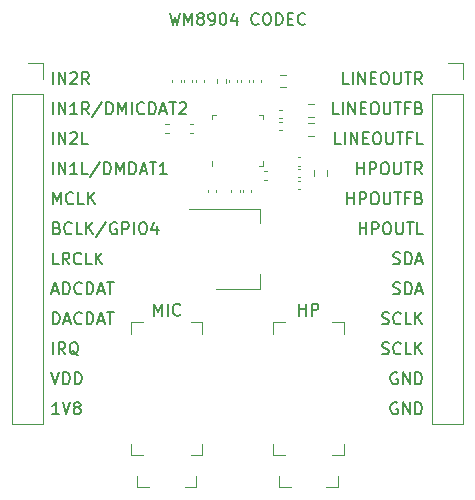
<source format=gbr>
%TF.GenerationSoftware,KiCad,Pcbnew,(6.0.0-0)*%
%TF.CreationDate,2022-08-17T21:30:05+02:00*%
%TF.ProjectId,wm8904_codec_breakout,776d3839-3034-45f6-936f-6465635f6272,rev?*%
%TF.SameCoordinates,Original*%
%TF.FileFunction,Legend,Top*%
%TF.FilePolarity,Positive*%
%FSLAX46Y46*%
G04 Gerber Fmt 4.6, Leading zero omitted, Abs format (unit mm)*
G04 Created by KiCad (PCBNEW (6.0.0-0)) date 2022-08-17 21:30:05*
%MOMM*%
%LPD*%
G01*
G04 APERTURE LIST*
%ADD10C,0.150000*%
%ADD11C,0.120000*%
G04 APERTURE END LIST*
D10*
X163169452Y-83660761D02*
X163312309Y-83708380D01*
X163550404Y-83708380D01*
X163645642Y-83660761D01*
X163693261Y-83613142D01*
X163740880Y-83517904D01*
X163740880Y-83422666D01*
X163693261Y-83327428D01*
X163645642Y-83279809D01*
X163550404Y-83232190D01*
X163359928Y-83184571D01*
X163264690Y-83136952D01*
X163217071Y-83089333D01*
X163169452Y-82994095D01*
X163169452Y-82898857D01*
X163217071Y-82803619D01*
X163264690Y-82756000D01*
X163359928Y-82708380D01*
X163598023Y-82708380D01*
X163740880Y-82756000D01*
X164169452Y-83708380D02*
X164169452Y-82708380D01*
X164407547Y-82708380D01*
X164550404Y-82756000D01*
X164645642Y-82851238D01*
X164693261Y-82946476D01*
X164740880Y-83136952D01*
X164740880Y-83279809D01*
X164693261Y-83470285D01*
X164645642Y-83565523D01*
X164550404Y-83660761D01*
X164407547Y-83708380D01*
X164169452Y-83708380D01*
X165121833Y-83422666D02*
X165598023Y-83422666D01*
X165026595Y-83708380D02*
X165359928Y-82708380D01*
X165693261Y-83708380D01*
X134212738Y-92858380D02*
X134546071Y-93858380D01*
X134879404Y-92858380D01*
X135212738Y-93858380D02*
X135212738Y-92858380D01*
X135450833Y-92858380D01*
X135593690Y-92906000D01*
X135688928Y-93001238D01*
X135736547Y-93096476D01*
X135784166Y-93286952D01*
X135784166Y-93429809D01*
X135736547Y-93620285D01*
X135688928Y-93715523D01*
X135593690Y-93810761D01*
X135450833Y-93858380D01*
X135212738Y-93858380D01*
X136212738Y-93858380D02*
X136212738Y-92858380D01*
X136450833Y-92858380D01*
X136593690Y-92906000D01*
X136688928Y-93001238D01*
X136736547Y-93096476D01*
X136784166Y-93286952D01*
X136784166Y-93429809D01*
X136736547Y-93620285D01*
X136688928Y-93715523D01*
X136593690Y-93810761D01*
X136450833Y-93858380D01*
X136212738Y-93858380D01*
X163169452Y-86200761D02*
X163312309Y-86248380D01*
X163550404Y-86248380D01*
X163645642Y-86200761D01*
X163693261Y-86153142D01*
X163740880Y-86057904D01*
X163740880Y-85962666D01*
X163693261Y-85867428D01*
X163645642Y-85819809D01*
X163550404Y-85772190D01*
X163359928Y-85724571D01*
X163264690Y-85676952D01*
X163217071Y-85629333D01*
X163169452Y-85534095D01*
X163169452Y-85438857D01*
X163217071Y-85343619D01*
X163264690Y-85296000D01*
X163359928Y-85248380D01*
X163598023Y-85248380D01*
X163740880Y-85296000D01*
X164169452Y-86248380D02*
X164169452Y-85248380D01*
X164407547Y-85248380D01*
X164550404Y-85296000D01*
X164645642Y-85391238D01*
X164693261Y-85486476D01*
X164740880Y-85676952D01*
X164740880Y-85819809D01*
X164693261Y-86010285D01*
X164645642Y-86105523D01*
X164550404Y-86200761D01*
X164407547Y-86248380D01*
X164169452Y-86248380D01*
X165121833Y-85962666D02*
X165598023Y-85962666D01*
X165026595Y-86248380D02*
X165359928Y-85248380D01*
X165693261Y-86248380D01*
X159264690Y-78628380D02*
X159264690Y-77628380D01*
X159264690Y-78104571D02*
X159836119Y-78104571D01*
X159836119Y-78628380D02*
X159836119Y-77628380D01*
X160312309Y-78628380D02*
X160312309Y-77628380D01*
X160693261Y-77628380D01*
X160788500Y-77676000D01*
X160836119Y-77723619D01*
X160883738Y-77818857D01*
X160883738Y-77961714D01*
X160836119Y-78056952D01*
X160788500Y-78104571D01*
X160693261Y-78152190D01*
X160312309Y-78152190D01*
X161502785Y-77628380D02*
X161693261Y-77628380D01*
X161788500Y-77676000D01*
X161883738Y-77771238D01*
X161931357Y-77961714D01*
X161931357Y-78295047D01*
X161883738Y-78485523D01*
X161788500Y-78580761D01*
X161693261Y-78628380D01*
X161502785Y-78628380D01*
X161407547Y-78580761D01*
X161312309Y-78485523D01*
X161264690Y-78295047D01*
X161264690Y-77961714D01*
X161312309Y-77771238D01*
X161407547Y-77676000D01*
X161502785Y-77628380D01*
X162359928Y-77628380D02*
X162359928Y-78437904D01*
X162407547Y-78533142D01*
X162455166Y-78580761D01*
X162550404Y-78628380D01*
X162740880Y-78628380D01*
X162836119Y-78580761D01*
X162883738Y-78533142D01*
X162931357Y-78437904D01*
X162931357Y-77628380D01*
X163264690Y-77628380D02*
X163836119Y-77628380D01*
X163550404Y-78628380D02*
X163550404Y-77628380D01*
X164502785Y-78104571D02*
X164169452Y-78104571D01*
X164169452Y-78628380D02*
X164169452Y-77628380D01*
X164645642Y-77628380D01*
X165359928Y-78104571D02*
X165502785Y-78152190D01*
X165550404Y-78199809D01*
X165598023Y-78295047D01*
X165598023Y-78437904D01*
X165550404Y-78533142D01*
X165502785Y-78580761D01*
X165407547Y-78628380D01*
X165026595Y-78628380D01*
X165026595Y-77628380D01*
X165359928Y-77628380D01*
X165455166Y-77676000D01*
X165502785Y-77723619D01*
X165550404Y-77818857D01*
X165550404Y-77914095D01*
X165502785Y-78009333D01*
X165455166Y-78056952D01*
X165359928Y-78104571D01*
X165026595Y-78104571D01*
X163502785Y-92916000D02*
X163407547Y-92868380D01*
X163264690Y-92868380D01*
X163121833Y-92916000D01*
X163026595Y-93011238D01*
X162978976Y-93106476D01*
X162931357Y-93296952D01*
X162931357Y-93439809D01*
X162978976Y-93630285D01*
X163026595Y-93725523D01*
X163121833Y-93820761D01*
X163264690Y-93868380D01*
X163359928Y-93868380D01*
X163502785Y-93820761D01*
X163550404Y-93773142D01*
X163550404Y-93439809D01*
X163359928Y-93439809D01*
X163978976Y-93868380D02*
X163978976Y-92868380D01*
X164550404Y-93868380D01*
X164550404Y-92868380D01*
X165026595Y-93868380D02*
X165026595Y-92868380D01*
X165264690Y-92868380D01*
X165407547Y-92916000D01*
X165502785Y-93011238D01*
X165550404Y-93106476D01*
X165598023Y-93296952D01*
X165598023Y-93439809D01*
X165550404Y-93630285D01*
X165502785Y-93725523D01*
X165407547Y-93820761D01*
X165264690Y-93868380D01*
X165026595Y-93868380D01*
X134355595Y-91318380D02*
X134355595Y-90318380D01*
X135403214Y-91318380D02*
X135069880Y-90842190D01*
X134831785Y-91318380D02*
X134831785Y-90318380D01*
X135212738Y-90318380D01*
X135307976Y-90366000D01*
X135355595Y-90413619D01*
X135403214Y-90508857D01*
X135403214Y-90651714D01*
X135355595Y-90746952D01*
X135307976Y-90794571D01*
X135212738Y-90842190D01*
X134831785Y-90842190D01*
X136498452Y-91413619D02*
X136403214Y-91366000D01*
X136307976Y-91270761D01*
X136165119Y-91127904D01*
X136069880Y-91080285D01*
X135974642Y-91080285D01*
X136022261Y-91318380D02*
X135927023Y-91270761D01*
X135831785Y-91175523D01*
X135784166Y-90985047D01*
X135784166Y-90651714D01*
X135831785Y-90461238D01*
X135927023Y-90366000D01*
X136022261Y-90318380D01*
X136212738Y-90318380D01*
X136307976Y-90366000D01*
X136403214Y-90461238D01*
X136450833Y-90651714D01*
X136450833Y-90985047D01*
X136403214Y-91175523D01*
X136307976Y-91270761D01*
X136212738Y-91318380D01*
X136022261Y-91318380D01*
X134355595Y-78618380D02*
X134355595Y-77618380D01*
X134688928Y-78332666D01*
X135022261Y-77618380D01*
X135022261Y-78618380D01*
X136069880Y-78523142D02*
X136022261Y-78570761D01*
X135879404Y-78618380D01*
X135784166Y-78618380D01*
X135641309Y-78570761D01*
X135546071Y-78475523D01*
X135498452Y-78380285D01*
X135450833Y-78189809D01*
X135450833Y-78046952D01*
X135498452Y-77856476D01*
X135546071Y-77761238D01*
X135641309Y-77666000D01*
X135784166Y-77618380D01*
X135879404Y-77618380D01*
X136022261Y-77666000D01*
X136069880Y-77713619D01*
X136974642Y-78618380D02*
X136498452Y-78618380D01*
X136498452Y-77618380D01*
X137307976Y-78618380D02*
X137307976Y-77618380D01*
X137879404Y-78618380D02*
X137450833Y-78046952D01*
X137879404Y-77618380D02*
X137307976Y-78189809D01*
X134831785Y-83718380D02*
X134355595Y-83718380D01*
X134355595Y-82718380D01*
X135736547Y-83718380D02*
X135403214Y-83242190D01*
X135165119Y-83718380D02*
X135165119Y-82718380D01*
X135546071Y-82718380D01*
X135641309Y-82766000D01*
X135688928Y-82813619D01*
X135736547Y-82908857D01*
X135736547Y-83051714D01*
X135688928Y-83146952D01*
X135641309Y-83194571D01*
X135546071Y-83242190D01*
X135165119Y-83242190D01*
X136736547Y-83623142D02*
X136688928Y-83670761D01*
X136546071Y-83718380D01*
X136450833Y-83718380D01*
X136307976Y-83670761D01*
X136212738Y-83575523D01*
X136165119Y-83480285D01*
X136117500Y-83289809D01*
X136117500Y-83146952D01*
X136165119Y-82956476D01*
X136212738Y-82861238D01*
X136307976Y-82766000D01*
X136450833Y-82718380D01*
X136546071Y-82718380D01*
X136688928Y-82766000D01*
X136736547Y-82813619D01*
X137641309Y-83718380D02*
X137165119Y-83718380D01*
X137165119Y-82718380D01*
X137974642Y-83718380D02*
X137974642Y-82718380D01*
X138546071Y-83718380D02*
X138117500Y-83146952D01*
X138546071Y-82718380D02*
X137974642Y-83289809D01*
X134355595Y-73538380D02*
X134355595Y-72538380D01*
X134831785Y-73538380D02*
X134831785Y-72538380D01*
X135403214Y-73538380D01*
X135403214Y-72538380D01*
X135831785Y-72633619D02*
X135879404Y-72586000D01*
X135974642Y-72538380D01*
X136212738Y-72538380D01*
X136307976Y-72586000D01*
X136355595Y-72633619D01*
X136403214Y-72728857D01*
X136403214Y-72824095D01*
X136355595Y-72966952D01*
X135784166Y-73538380D01*
X136403214Y-73538380D01*
X137307976Y-73538380D02*
X136831785Y-73538380D01*
X136831785Y-72538380D01*
X134355595Y-76078380D02*
X134355595Y-75078380D01*
X134831785Y-76078380D02*
X134831785Y-75078380D01*
X135403214Y-76078380D01*
X135403214Y-75078380D01*
X136403214Y-76078380D02*
X135831785Y-76078380D01*
X136117500Y-76078380D02*
X136117500Y-75078380D01*
X136022261Y-75221238D01*
X135927023Y-75316476D01*
X135831785Y-75364095D01*
X137307976Y-76078380D02*
X136831785Y-76078380D01*
X136831785Y-75078380D01*
X138355595Y-75030761D02*
X137498452Y-76316476D01*
X138688928Y-76078380D02*
X138688928Y-75078380D01*
X138927023Y-75078380D01*
X139069880Y-75126000D01*
X139165119Y-75221238D01*
X139212738Y-75316476D01*
X139260357Y-75506952D01*
X139260357Y-75649809D01*
X139212738Y-75840285D01*
X139165119Y-75935523D01*
X139069880Y-76030761D01*
X138927023Y-76078380D01*
X138688928Y-76078380D01*
X139688928Y-76078380D02*
X139688928Y-75078380D01*
X140022261Y-75792666D01*
X140355595Y-75078380D01*
X140355595Y-76078380D01*
X140831785Y-76078380D02*
X140831785Y-75078380D01*
X141069880Y-75078380D01*
X141212738Y-75126000D01*
X141307976Y-75221238D01*
X141355595Y-75316476D01*
X141403214Y-75506952D01*
X141403214Y-75649809D01*
X141355595Y-75840285D01*
X141307976Y-75935523D01*
X141212738Y-76030761D01*
X141069880Y-76078380D01*
X140831785Y-76078380D01*
X141784166Y-75792666D02*
X142260357Y-75792666D01*
X141688928Y-76078380D02*
X142022261Y-75078380D01*
X142355595Y-76078380D01*
X142546071Y-75078380D02*
X143117500Y-75078380D01*
X142831785Y-76078380D02*
X142831785Y-75078380D01*
X143974642Y-76078380D02*
X143403214Y-76078380D01*
X143688928Y-76078380D02*
X143688928Y-75078380D01*
X143593690Y-75221238D01*
X143498452Y-75316476D01*
X143403214Y-75364095D01*
X162217071Y-88740761D02*
X162359928Y-88788380D01*
X162598023Y-88788380D01*
X162693261Y-88740761D01*
X162740880Y-88693142D01*
X162788500Y-88597904D01*
X162788500Y-88502666D01*
X162740880Y-88407428D01*
X162693261Y-88359809D01*
X162598023Y-88312190D01*
X162407547Y-88264571D01*
X162312309Y-88216952D01*
X162264690Y-88169333D01*
X162217071Y-88074095D01*
X162217071Y-87978857D01*
X162264690Y-87883619D01*
X162312309Y-87836000D01*
X162407547Y-87788380D01*
X162645642Y-87788380D01*
X162788500Y-87836000D01*
X163788500Y-88693142D02*
X163740880Y-88740761D01*
X163598023Y-88788380D01*
X163502785Y-88788380D01*
X163359928Y-88740761D01*
X163264690Y-88645523D01*
X163217071Y-88550285D01*
X163169452Y-88359809D01*
X163169452Y-88216952D01*
X163217071Y-88026476D01*
X163264690Y-87931238D01*
X163359928Y-87836000D01*
X163502785Y-87788380D01*
X163598023Y-87788380D01*
X163740880Y-87836000D01*
X163788500Y-87883619D01*
X164693261Y-88788380D02*
X164217071Y-88788380D01*
X164217071Y-87788380D01*
X165026595Y-88788380D02*
X165026595Y-87788380D01*
X165598023Y-88788380D02*
X165169452Y-88216952D01*
X165598023Y-87788380D02*
X165026595Y-88359809D01*
X134307976Y-85952666D02*
X134784166Y-85952666D01*
X134212738Y-86238380D02*
X134546071Y-85238380D01*
X134879404Y-86238380D01*
X135212738Y-86238380D02*
X135212738Y-85238380D01*
X135450833Y-85238380D01*
X135593690Y-85286000D01*
X135688928Y-85381238D01*
X135736547Y-85476476D01*
X135784166Y-85666952D01*
X135784166Y-85809809D01*
X135736547Y-86000285D01*
X135688928Y-86095523D01*
X135593690Y-86190761D01*
X135450833Y-86238380D01*
X135212738Y-86238380D01*
X136784166Y-86143142D02*
X136736547Y-86190761D01*
X136593690Y-86238380D01*
X136498452Y-86238380D01*
X136355595Y-86190761D01*
X136260357Y-86095523D01*
X136212738Y-86000285D01*
X136165119Y-85809809D01*
X136165119Y-85666952D01*
X136212738Y-85476476D01*
X136260357Y-85381238D01*
X136355595Y-85286000D01*
X136498452Y-85238380D01*
X136593690Y-85238380D01*
X136736547Y-85286000D01*
X136784166Y-85333619D01*
X137212738Y-86238380D02*
X137212738Y-85238380D01*
X137450833Y-85238380D01*
X137593690Y-85286000D01*
X137688928Y-85381238D01*
X137736547Y-85476476D01*
X137784166Y-85666952D01*
X137784166Y-85809809D01*
X137736547Y-86000285D01*
X137688928Y-86095523D01*
X137593690Y-86190761D01*
X137450833Y-86238380D01*
X137212738Y-86238380D01*
X138165119Y-85952666D02*
X138641309Y-85952666D01*
X138069880Y-86238380D02*
X138403214Y-85238380D01*
X138736547Y-86238380D01*
X138927023Y-85238380D02*
X139498452Y-85238380D01*
X139212738Y-86238380D02*
X139212738Y-85238380D01*
X163502785Y-95456000D02*
X163407547Y-95408380D01*
X163264690Y-95408380D01*
X163121833Y-95456000D01*
X163026595Y-95551238D01*
X162978976Y-95646476D01*
X162931357Y-95836952D01*
X162931357Y-95979809D01*
X162978976Y-96170285D01*
X163026595Y-96265523D01*
X163121833Y-96360761D01*
X163264690Y-96408380D01*
X163359928Y-96408380D01*
X163502785Y-96360761D01*
X163550404Y-96313142D01*
X163550404Y-95979809D01*
X163359928Y-95979809D01*
X163978976Y-96408380D02*
X163978976Y-95408380D01*
X164550404Y-96408380D01*
X164550404Y-95408380D01*
X165026595Y-96408380D02*
X165026595Y-95408380D01*
X165264690Y-95408380D01*
X165407547Y-95456000D01*
X165502785Y-95551238D01*
X165550404Y-95646476D01*
X165598023Y-95836952D01*
X165598023Y-95979809D01*
X165550404Y-96170285D01*
X165502785Y-96265523D01*
X165407547Y-96360761D01*
X165264690Y-96408380D01*
X165026595Y-96408380D01*
X160121833Y-76088380D02*
X160121833Y-75088380D01*
X160121833Y-75564571D02*
X160693261Y-75564571D01*
X160693261Y-76088380D02*
X160693261Y-75088380D01*
X161169452Y-76088380D02*
X161169452Y-75088380D01*
X161550404Y-75088380D01*
X161645642Y-75136000D01*
X161693261Y-75183619D01*
X161740880Y-75278857D01*
X161740880Y-75421714D01*
X161693261Y-75516952D01*
X161645642Y-75564571D01*
X161550404Y-75612190D01*
X161169452Y-75612190D01*
X162359928Y-75088380D02*
X162550404Y-75088380D01*
X162645642Y-75136000D01*
X162740880Y-75231238D01*
X162788500Y-75421714D01*
X162788500Y-75755047D01*
X162740880Y-75945523D01*
X162645642Y-76040761D01*
X162550404Y-76088380D01*
X162359928Y-76088380D01*
X162264690Y-76040761D01*
X162169452Y-75945523D01*
X162121833Y-75755047D01*
X162121833Y-75421714D01*
X162169452Y-75231238D01*
X162264690Y-75136000D01*
X162359928Y-75088380D01*
X163217071Y-75088380D02*
X163217071Y-75897904D01*
X163264690Y-75993142D01*
X163312309Y-76040761D01*
X163407547Y-76088380D01*
X163598023Y-76088380D01*
X163693261Y-76040761D01*
X163740880Y-75993142D01*
X163788500Y-75897904D01*
X163788500Y-75088380D01*
X164121833Y-75088380D02*
X164693261Y-75088380D01*
X164407547Y-76088380D02*
X164407547Y-75088380D01*
X165598023Y-76088380D02*
X165264690Y-75612190D01*
X165026595Y-76088380D02*
X165026595Y-75088380D01*
X165407547Y-75088380D01*
X165502785Y-75136000D01*
X165550404Y-75183619D01*
X165598023Y-75278857D01*
X165598023Y-75421714D01*
X165550404Y-75516952D01*
X165502785Y-75564571D01*
X165407547Y-75612190D01*
X165026595Y-75612190D01*
X134879404Y-96398380D02*
X134307976Y-96398380D01*
X134593690Y-96398380D02*
X134593690Y-95398380D01*
X134498452Y-95541238D01*
X134403214Y-95636476D01*
X134307976Y-95684095D01*
X135165119Y-95398380D02*
X135498452Y-96398380D01*
X135831785Y-95398380D01*
X136307976Y-95826952D02*
X136212738Y-95779333D01*
X136165119Y-95731714D01*
X136117500Y-95636476D01*
X136117500Y-95588857D01*
X136165119Y-95493619D01*
X136212738Y-95446000D01*
X136307976Y-95398380D01*
X136498452Y-95398380D01*
X136593690Y-95446000D01*
X136641309Y-95493619D01*
X136688928Y-95588857D01*
X136688928Y-95636476D01*
X136641309Y-95731714D01*
X136593690Y-95779333D01*
X136498452Y-95826952D01*
X136307976Y-95826952D01*
X136212738Y-95874571D01*
X136165119Y-95922190D01*
X136117500Y-96017428D01*
X136117500Y-96207904D01*
X136165119Y-96303142D01*
X136212738Y-96350761D01*
X136307976Y-96398380D01*
X136498452Y-96398380D01*
X136593690Y-96350761D01*
X136641309Y-96303142D01*
X136688928Y-96207904D01*
X136688928Y-96017428D01*
X136641309Y-95922190D01*
X136593690Y-95874571D01*
X136498452Y-95826952D01*
X155214285Y-88052380D02*
X155214285Y-87052380D01*
X155214285Y-87528571D02*
X155785714Y-87528571D01*
X155785714Y-88052380D02*
X155785714Y-87052380D01*
X156261904Y-88052380D02*
X156261904Y-87052380D01*
X156642857Y-87052380D01*
X156738095Y-87100000D01*
X156785714Y-87147619D01*
X156833333Y-87242857D01*
X156833333Y-87385714D01*
X156785714Y-87480952D01*
X156738095Y-87528571D01*
X156642857Y-87576190D01*
X156261904Y-87576190D01*
X134355595Y-88778380D02*
X134355595Y-87778380D01*
X134593690Y-87778380D01*
X134736547Y-87826000D01*
X134831785Y-87921238D01*
X134879404Y-88016476D01*
X134927023Y-88206952D01*
X134927023Y-88349809D01*
X134879404Y-88540285D01*
X134831785Y-88635523D01*
X134736547Y-88730761D01*
X134593690Y-88778380D01*
X134355595Y-88778380D01*
X135307976Y-88492666D02*
X135784166Y-88492666D01*
X135212738Y-88778380D02*
X135546071Y-87778380D01*
X135879404Y-88778380D01*
X136784166Y-88683142D02*
X136736547Y-88730761D01*
X136593690Y-88778380D01*
X136498452Y-88778380D01*
X136355595Y-88730761D01*
X136260357Y-88635523D01*
X136212738Y-88540285D01*
X136165119Y-88349809D01*
X136165119Y-88206952D01*
X136212738Y-88016476D01*
X136260357Y-87921238D01*
X136355595Y-87826000D01*
X136498452Y-87778380D01*
X136593690Y-87778380D01*
X136736547Y-87826000D01*
X136784166Y-87873619D01*
X137212738Y-88778380D02*
X137212738Y-87778380D01*
X137450833Y-87778380D01*
X137593690Y-87826000D01*
X137688928Y-87921238D01*
X137736547Y-88016476D01*
X137784166Y-88206952D01*
X137784166Y-88349809D01*
X137736547Y-88540285D01*
X137688928Y-88635523D01*
X137593690Y-88730761D01*
X137450833Y-88778380D01*
X137212738Y-88778380D01*
X138165119Y-88492666D02*
X138641309Y-88492666D01*
X138069880Y-88778380D02*
X138403214Y-87778380D01*
X138736547Y-88778380D01*
X138927023Y-87778380D02*
X139498452Y-87778380D01*
X139212738Y-88778380D02*
X139212738Y-87778380D01*
X134688928Y-80634571D02*
X134831785Y-80682190D01*
X134879404Y-80729809D01*
X134927023Y-80825047D01*
X134927023Y-80967904D01*
X134879404Y-81063142D01*
X134831785Y-81110761D01*
X134736547Y-81158380D01*
X134355595Y-81158380D01*
X134355595Y-80158380D01*
X134688928Y-80158380D01*
X134784166Y-80206000D01*
X134831785Y-80253619D01*
X134879404Y-80348857D01*
X134879404Y-80444095D01*
X134831785Y-80539333D01*
X134784166Y-80586952D01*
X134688928Y-80634571D01*
X134355595Y-80634571D01*
X135927023Y-81063142D02*
X135879404Y-81110761D01*
X135736547Y-81158380D01*
X135641309Y-81158380D01*
X135498452Y-81110761D01*
X135403214Y-81015523D01*
X135355595Y-80920285D01*
X135307976Y-80729809D01*
X135307976Y-80586952D01*
X135355595Y-80396476D01*
X135403214Y-80301238D01*
X135498452Y-80206000D01*
X135641309Y-80158380D01*
X135736547Y-80158380D01*
X135879404Y-80206000D01*
X135927023Y-80253619D01*
X136831785Y-81158380D02*
X136355595Y-81158380D01*
X136355595Y-80158380D01*
X137165119Y-81158380D02*
X137165119Y-80158380D01*
X137736547Y-81158380D02*
X137307976Y-80586952D01*
X137736547Y-80158380D02*
X137165119Y-80729809D01*
X138879404Y-80110761D02*
X138022261Y-81396476D01*
X139736547Y-80206000D02*
X139641309Y-80158380D01*
X139498452Y-80158380D01*
X139355595Y-80206000D01*
X139260357Y-80301238D01*
X139212738Y-80396476D01*
X139165119Y-80586952D01*
X139165119Y-80729809D01*
X139212738Y-80920285D01*
X139260357Y-81015523D01*
X139355595Y-81110761D01*
X139498452Y-81158380D01*
X139593690Y-81158380D01*
X139736547Y-81110761D01*
X139784166Y-81063142D01*
X139784166Y-80729809D01*
X139593690Y-80729809D01*
X140212738Y-81158380D02*
X140212738Y-80158380D01*
X140593690Y-80158380D01*
X140688928Y-80206000D01*
X140736547Y-80253619D01*
X140784166Y-80348857D01*
X140784166Y-80491714D01*
X140736547Y-80586952D01*
X140688928Y-80634571D01*
X140593690Y-80682190D01*
X140212738Y-80682190D01*
X141212738Y-81158380D02*
X141212738Y-80158380D01*
X141879404Y-80158380D02*
X142069880Y-80158380D01*
X142165119Y-80206000D01*
X142260357Y-80301238D01*
X142307976Y-80491714D01*
X142307976Y-80825047D01*
X142260357Y-81015523D01*
X142165119Y-81110761D01*
X142069880Y-81158380D01*
X141879404Y-81158380D01*
X141784166Y-81110761D01*
X141688928Y-81015523D01*
X141641309Y-80825047D01*
X141641309Y-80491714D01*
X141688928Y-80301238D01*
X141784166Y-80206000D01*
X141879404Y-80158380D01*
X143165119Y-80491714D02*
X143165119Y-81158380D01*
X142927023Y-80110761D02*
X142688928Y-80825047D01*
X143307976Y-80825047D01*
X134355595Y-70998380D02*
X134355595Y-69998380D01*
X134831785Y-70998380D02*
X134831785Y-69998380D01*
X135403214Y-70998380D01*
X135403214Y-69998380D01*
X136403214Y-70998380D02*
X135831785Y-70998380D01*
X136117500Y-70998380D02*
X136117500Y-69998380D01*
X136022261Y-70141238D01*
X135927023Y-70236476D01*
X135831785Y-70284095D01*
X137403214Y-70998380D02*
X137069880Y-70522190D01*
X136831785Y-70998380D02*
X136831785Y-69998380D01*
X137212738Y-69998380D01*
X137307976Y-70046000D01*
X137355595Y-70093619D01*
X137403214Y-70188857D01*
X137403214Y-70331714D01*
X137355595Y-70426952D01*
X137307976Y-70474571D01*
X137212738Y-70522190D01*
X136831785Y-70522190D01*
X138546071Y-69950761D02*
X137688928Y-71236476D01*
X138879404Y-70998380D02*
X138879404Y-69998380D01*
X139117500Y-69998380D01*
X139260357Y-70046000D01*
X139355595Y-70141238D01*
X139403214Y-70236476D01*
X139450833Y-70426952D01*
X139450833Y-70569809D01*
X139403214Y-70760285D01*
X139355595Y-70855523D01*
X139260357Y-70950761D01*
X139117500Y-70998380D01*
X138879404Y-70998380D01*
X139879404Y-70998380D02*
X139879404Y-69998380D01*
X140212738Y-70712666D01*
X140546071Y-69998380D01*
X140546071Y-70998380D01*
X141022261Y-70998380D02*
X141022261Y-69998380D01*
X142069880Y-70903142D02*
X142022261Y-70950761D01*
X141879404Y-70998380D01*
X141784166Y-70998380D01*
X141641309Y-70950761D01*
X141546071Y-70855523D01*
X141498452Y-70760285D01*
X141450833Y-70569809D01*
X141450833Y-70426952D01*
X141498452Y-70236476D01*
X141546071Y-70141238D01*
X141641309Y-70046000D01*
X141784166Y-69998380D01*
X141879404Y-69998380D01*
X142022261Y-70046000D01*
X142069880Y-70093619D01*
X142498452Y-70998380D02*
X142498452Y-69998380D01*
X142736547Y-69998380D01*
X142879404Y-70046000D01*
X142974642Y-70141238D01*
X143022261Y-70236476D01*
X143069880Y-70426952D01*
X143069880Y-70569809D01*
X143022261Y-70760285D01*
X142974642Y-70855523D01*
X142879404Y-70950761D01*
X142736547Y-70998380D01*
X142498452Y-70998380D01*
X143450833Y-70712666D02*
X143927023Y-70712666D01*
X143355595Y-70998380D02*
X143688928Y-69998380D01*
X144022261Y-70998380D01*
X144212738Y-69998380D02*
X144784166Y-69998380D01*
X144498452Y-70998380D02*
X144498452Y-69998380D01*
X145069880Y-70093619D02*
X145117500Y-70046000D01*
X145212738Y-69998380D01*
X145450833Y-69998380D01*
X145546071Y-70046000D01*
X145593690Y-70093619D01*
X145641309Y-70188857D01*
X145641309Y-70284095D01*
X145593690Y-70426952D01*
X145022261Y-70998380D01*
X145641309Y-70998380D01*
X134355595Y-68458380D02*
X134355595Y-67458380D01*
X134831785Y-68458380D02*
X134831785Y-67458380D01*
X135403214Y-68458380D01*
X135403214Y-67458380D01*
X135831785Y-67553619D02*
X135879404Y-67506000D01*
X135974642Y-67458380D01*
X136212738Y-67458380D01*
X136307976Y-67506000D01*
X136355595Y-67553619D01*
X136403214Y-67648857D01*
X136403214Y-67744095D01*
X136355595Y-67886952D01*
X135784166Y-68458380D01*
X136403214Y-68458380D01*
X137403214Y-68458380D02*
X137069880Y-67982190D01*
X136831785Y-68458380D02*
X136831785Y-67458380D01*
X137212738Y-67458380D01*
X137307976Y-67506000D01*
X137355595Y-67553619D01*
X137403214Y-67648857D01*
X137403214Y-67791714D01*
X137355595Y-67886952D01*
X137307976Y-67934571D01*
X137212738Y-67982190D01*
X136831785Y-67982190D01*
X159407547Y-68458380D02*
X158931357Y-68458380D01*
X158931357Y-67458380D01*
X159740880Y-68458380D02*
X159740880Y-67458380D01*
X160217071Y-68458380D02*
X160217071Y-67458380D01*
X160788500Y-68458380D01*
X160788500Y-67458380D01*
X161264690Y-67934571D02*
X161598023Y-67934571D01*
X161740880Y-68458380D02*
X161264690Y-68458380D01*
X161264690Y-67458380D01*
X161740880Y-67458380D01*
X162359928Y-67458380D02*
X162550404Y-67458380D01*
X162645642Y-67506000D01*
X162740880Y-67601238D01*
X162788500Y-67791714D01*
X162788500Y-68125047D01*
X162740880Y-68315523D01*
X162645642Y-68410761D01*
X162550404Y-68458380D01*
X162359928Y-68458380D01*
X162264690Y-68410761D01*
X162169452Y-68315523D01*
X162121833Y-68125047D01*
X162121833Y-67791714D01*
X162169452Y-67601238D01*
X162264690Y-67506000D01*
X162359928Y-67458380D01*
X163217071Y-67458380D02*
X163217071Y-68267904D01*
X163264690Y-68363142D01*
X163312309Y-68410761D01*
X163407547Y-68458380D01*
X163598023Y-68458380D01*
X163693261Y-68410761D01*
X163740880Y-68363142D01*
X163788500Y-68267904D01*
X163788500Y-67458380D01*
X164121833Y-67458380D02*
X164693261Y-67458380D01*
X164407547Y-68458380D02*
X164407547Y-67458380D01*
X165598023Y-68458380D02*
X165264690Y-67982190D01*
X165026595Y-68458380D02*
X165026595Y-67458380D01*
X165407547Y-67458380D01*
X165502785Y-67506000D01*
X165550404Y-67553619D01*
X165598023Y-67648857D01*
X165598023Y-67791714D01*
X165550404Y-67886952D01*
X165502785Y-67934571D01*
X165407547Y-67982190D01*
X165026595Y-67982190D01*
X144238095Y-62452380D02*
X144476190Y-63452380D01*
X144666666Y-62738095D01*
X144857142Y-63452380D01*
X145095238Y-62452380D01*
X145476190Y-63452380D02*
X145476190Y-62452380D01*
X145809523Y-63166666D01*
X146142857Y-62452380D01*
X146142857Y-63452380D01*
X146761904Y-62880952D02*
X146666666Y-62833333D01*
X146619047Y-62785714D01*
X146571428Y-62690476D01*
X146571428Y-62642857D01*
X146619047Y-62547619D01*
X146666666Y-62500000D01*
X146761904Y-62452380D01*
X146952380Y-62452380D01*
X147047619Y-62500000D01*
X147095238Y-62547619D01*
X147142857Y-62642857D01*
X147142857Y-62690476D01*
X147095238Y-62785714D01*
X147047619Y-62833333D01*
X146952380Y-62880952D01*
X146761904Y-62880952D01*
X146666666Y-62928571D01*
X146619047Y-62976190D01*
X146571428Y-63071428D01*
X146571428Y-63261904D01*
X146619047Y-63357142D01*
X146666666Y-63404761D01*
X146761904Y-63452380D01*
X146952380Y-63452380D01*
X147047619Y-63404761D01*
X147095238Y-63357142D01*
X147142857Y-63261904D01*
X147142857Y-63071428D01*
X147095238Y-62976190D01*
X147047619Y-62928571D01*
X146952380Y-62880952D01*
X147619047Y-63452380D02*
X147809523Y-63452380D01*
X147904761Y-63404761D01*
X147952380Y-63357142D01*
X148047619Y-63214285D01*
X148095238Y-63023809D01*
X148095238Y-62642857D01*
X148047619Y-62547619D01*
X148000000Y-62500000D01*
X147904761Y-62452380D01*
X147714285Y-62452380D01*
X147619047Y-62500000D01*
X147571428Y-62547619D01*
X147523809Y-62642857D01*
X147523809Y-62880952D01*
X147571428Y-62976190D01*
X147619047Y-63023809D01*
X147714285Y-63071428D01*
X147904761Y-63071428D01*
X148000000Y-63023809D01*
X148047619Y-62976190D01*
X148095238Y-62880952D01*
X148714285Y-62452380D02*
X148809523Y-62452380D01*
X148904761Y-62500000D01*
X148952380Y-62547619D01*
X149000000Y-62642857D01*
X149047619Y-62833333D01*
X149047619Y-63071428D01*
X149000000Y-63261904D01*
X148952380Y-63357142D01*
X148904761Y-63404761D01*
X148809523Y-63452380D01*
X148714285Y-63452380D01*
X148619047Y-63404761D01*
X148571428Y-63357142D01*
X148523809Y-63261904D01*
X148476190Y-63071428D01*
X148476190Y-62833333D01*
X148523809Y-62642857D01*
X148571428Y-62547619D01*
X148619047Y-62500000D01*
X148714285Y-62452380D01*
X149904761Y-62785714D02*
X149904761Y-63452380D01*
X149666666Y-62404761D02*
X149428571Y-63119047D01*
X150047619Y-63119047D01*
X151761904Y-63357142D02*
X151714285Y-63404761D01*
X151571428Y-63452380D01*
X151476190Y-63452380D01*
X151333333Y-63404761D01*
X151238095Y-63309523D01*
X151190476Y-63214285D01*
X151142857Y-63023809D01*
X151142857Y-62880952D01*
X151190476Y-62690476D01*
X151238095Y-62595238D01*
X151333333Y-62500000D01*
X151476190Y-62452380D01*
X151571428Y-62452380D01*
X151714285Y-62500000D01*
X151761904Y-62547619D01*
X152380952Y-62452380D02*
X152571428Y-62452380D01*
X152666666Y-62500000D01*
X152761904Y-62595238D01*
X152809523Y-62785714D01*
X152809523Y-63119047D01*
X152761904Y-63309523D01*
X152666666Y-63404761D01*
X152571428Y-63452380D01*
X152380952Y-63452380D01*
X152285714Y-63404761D01*
X152190476Y-63309523D01*
X152142857Y-63119047D01*
X152142857Y-62785714D01*
X152190476Y-62595238D01*
X152285714Y-62500000D01*
X152380952Y-62452380D01*
X153238095Y-63452380D02*
X153238095Y-62452380D01*
X153476190Y-62452380D01*
X153619047Y-62500000D01*
X153714285Y-62595238D01*
X153761904Y-62690476D01*
X153809523Y-62880952D01*
X153809523Y-63023809D01*
X153761904Y-63214285D01*
X153714285Y-63309523D01*
X153619047Y-63404761D01*
X153476190Y-63452380D01*
X153238095Y-63452380D01*
X154238095Y-62928571D02*
X154571428Y-62928571D01*
X154714285Y-63452380D02*
X154238095Y-63452380D01*
X154238095Y-62452380D01*
X154714285Y-62452380D01*
X155714285Y-63357142D02*
X155666666Y-63404761D01*
X155523809Y-63452380D01*
X155428571Y-63452380D01*
X155285714Y-63404761D01*
X155190476Y-63309523D01*
X155142857Y-63214285D01*
X155095238Y-63023809D01*
X155095238Y-62880952D01*
X155142857Y-62690476D01*
X155190476Y-62595238D01*
X155285714Y-62500000D01*
X155428571Y-62452380D01*
X155523809Y-62452380D01*
X155666666Y-62500000D01*
X155714285Y-62547619D01*
X160312309Y-81168380D02*
X160312309Y-80168380D01*
X160312309Y-80644571D02*
X160883738Y-80644571D01*
X160883738Y-81168380D02*
X160883738Y-80168380D01*
X161359928Y-81168380D02*
X161359928Y-80168380D01*
X161740880Y-80168380D01*
X161836119Y-80216000D01*
X161883738Y-80263619D01*
X161931357Y-80358857D01*
X161931357Y-80501714D01*
X161883738Y-80596952D01*
X161836119Y-80644571D01*
X161740880Y-80692190D01*
X161359928Y-80692190D01*
X162550404Y-80168380D02*
X162740880Y-80168380D01*
X162836119Y-80216000D01*
X162931357Y-80311238D01*
X162978976Y-80501714D01*
X162978976Y-80835047D01*
X162931357Y-81025523D01*
X162836119Y-81120761D01*
X162740880Y-81168380D01*
X162550404Y-81168380D01*
X162455166Y-81120761D01*
X162359928Y-81025523D01*
X162312309Y-80835047D01*
X162312309Y-80501714D01*
X162359928Y-80311238D01*
X162455166Y-80216000D01*
X162550404Y-80168380D01*
X163407547Y-80168380D02*
X163407547Y-80977904D01*
X163455166Y-81073142D01*
X163502785Y-81120761D01*
X163598023Y-81168380D01*
X163788500Y-81168380D01*
X163883738Y-81120761D01*
X163931357Y-81073142D01*
X163978976Y-80977904D01*
X163978976Y-80168380D01*
X164312309Y-80168380D02*
X164883738Y-80168380D01*
X164598023Y-81168380D02*
X164598023Y-80168380D01*
X165693261Y-81168380D02*
X165217071Y-81168380D01*
X165217071Y-80168380D01*
X158740880Y-73548380D02*
X158264690Y-73548380D01*
X158264690Y-72548380D01*
X159074214Y-73548380D02*
X159074214Y-72548380D01*
X159550404Y-73548380D02*
X159550404Y-72548380D01*
X160121833Y-73548380D01*
X160121833Y-72548380D01*
X160598023Y-73024571D02*
X160931357Y-73024571D01*
X161074214Y-73548380D02*
X160598023Y-73548380D01*
X160598023Y-72548380D01*
X161074214Y-72548380D01*
X161693261Y-72548380D02*
X161883738Y-72548380D01*
X161978976Y-72596000D01*
X162074214Y-72691238D01*
X162121833Y-72881714D01*
X162121833Y-73215047D01*
X162074214Y-73405523D01*
X161978976Y-73500761D01*
X161883738Y-73548380D01*
X161693261Y-73548380D01*
X161598023Y-73500761D01*
X161502785Y-73405523D01*
X161455166Y-73215047D01*
X161455166Y-72881714D01*
X161502785Y-72691238D01*
X161598023Y-72596000D01*
X161693261Y-72548380D01*
X162550404Y-72548380D02*
X162550404Y-73357904D01*
X162598023Y-73453142D01*
X162645642Y-73500761D01*
X162740880Y-73548380D01*
X162931357Y-73548380D01*
X163026595Y-73500761D01*
X163074214Y-73453142D01*
X163121833Y-73357904D01*
X163121833Y-72548380D01*
X163455166Y-72548380D02*
X164026595Y-72548380D01*
X163740880Y-73548380D02*
X163740880Y-72548380D01*
X164693261Y-73024571D02*
X164359928Y-73024571D01*
X164359928Y-73548380D02*
X164359928Y-72548380D01*
X164836119Y-72548380D01*
X165693261Y-73548380D02*
X165217071Y-73548380D01*
X165217071Y-72548380D01*
X158550404Y-71008380D02*
X158074214Y-71008380D01*
X158074214Y-70008380D01*
X158883738Y-71008380D02*
X158883738Y-70008380D01*
X159359928Y-71008380D02*
X159359928Y-70008380D01*
X159931357Y-71008380D01*
X159931357Y-70008380D01*
X160407547Y-70484571D02*
X160740880Y-70484571D01*
X160883738Y-71008380D02*
X160407547Y-71008380D01*
X160407547Y-70008380D01*
X160883738Y-70008380D01*
X161502785Y-70008380D02*
X161693261Y-70008380D01*
X161788500Y-70056000D01*
X161883738Y-70151238D01*
X161931357Y-70341714D01*
X161931357Y-70675047D01*
X161883738Y-70865523D01*
X161788500Y-70960761D01*
X161693261Y-71008380D01*
X161502785Y-71008380D01*
X161407547Y-70960761D01*
X161312309Y-70865523D01*
X161264690Y-70675047D01*
X161264690Y-70341714D01*
X161312309Y-70151238D01*
X161407547Y-70056000D01*
X161502785Y-70008380D01*
X162359928Y-70008380D02*
X162359928Y-70817904D01*
X162407547Y-70913142D01*
X162455166Y-70960761D01*
X162550404Y-71008380D01*
X162740880Y-71008380D01*
X162836119Y-70960761D01*
X162883738Y-70913142D01*
X162931357Y-70817904D01*
X162931357Y-70008380D01*
X163264690Y-70008380D02*
X163836119Y-70008380D01*
X163550404Y-71008380D02*
X163550404Y-70008380D01*
X164502785Y-70484571D02*
X164169452Y-70484571D01*
X164169452Y-71008380D02*
X164169452Y-70008380D01*
X164645642Y-70008380D01*
X165359928Y-70484571D02*
X165502785Y-70532190D01*
X165550404Y-70579809D01*
X165598023Y-70675047D01*
X165598023Y-70817904D01*
X165550404Y-70913142D01*
X165502785Y-70960761D01*
X165407547Y-71008380D01*
X165026595Y-71008380D01*
X165026595Y-70008380D01*
X165359928Y-70008380D01*
X165455166Y-70056000D01*
X165502785Y-70103619D01*
X165550404Y-70198857D01*
X165550404Y-70294095D01*
X165502785Y-70389333D01*
X165455166Y-70436952D01*
X165359928Y-70484571D01*
X165026595Y-70484571D01*
X162217071Y-91280761D02*
X162359928Y-91328380D01*
X162598023Y-91328380D01*
X162693261Y-91280761D01*
X162740880Y-91233142D01*
X162788500Y-91137904D01*
X162788500Y-91042666D01*
X162740880Y-90947428D01*
X162693261Y-90899809D01*
X162598023Y-90852190D01*
X162407547Y-90804571D01*
X162312309Y-90756952D01*
X162264690Y-90709333D01*
X162217071Y-90614095D01*
X162217071Y-90518857D01*
X162264690Y-90423619D01*
X162312309Y-90376000D01*
X162407547Y-90328380D01*
X162645642Y-90328380D01*
X162788500Y-90376000D01*
X163788500Y-91233142D02*
X163740880Y-91280761D01*
X163598023Y-91328380D01*
X163502785Y-91328380D01*
X163359928Y-91280761D01*
X163264690Y-91185523D01*
X163217071Y-91090285D01*
X163169452Y-90899809D01*
X163169452Y-90756952D01*
X163217071Y-90566476D01*
X163264690Y-90471238D01*
X163359928Y-90376000D01*
X163502785Y-90328380D01*
X163598023Y-90328380D01*
X163740880Y-90376000D01*
X163788500Y-90423619D01*
X164693261Y-91328380D02*
X164217071Y-91328380D01*
X164217071Y-90328380D01*
X165026595Y-91328380D02*
X165026595Y-90328380D01*
X165598023Y-91328380D02*
X165169452Y-90756952D01*
X165598023Y-90328380D02*
X165026595Y-90899809D01*
X142928571Y-88052380D02*
X142928571Y-87052380D01*
X143261904Y-87766666D01*
X143595238Y-87052380D01*
X143595238Y-88052380D01*
X144071428Y-88052380D02*
X144071428Y-87052380D01*
X145119047Y-87957142D02*
X145071428Y-88004761D01*
X144928571Y-88052380D01*
X144833333Y-88052380D01*
X144690476Y-88004761D01*
X144595238Y-87909523D01*
X144547619Y-87814285D01*
X144500000Y-87623809D01*
X144500000Y-87480952D01*
X144547619Y-87290476D01*
X144595238Y-87195238D01*
X144690476Y-87100000D01*
X144833333Y-87052380D01*
X144928571Y-87052380D01*
X145071428Y-87100000D01*
X145119047Y-87147619D01*
D11*
%TO.C,R205*%
X148980000Y-68046359D02*
X148980000Y-68353641D01*
X148220000Y-68046359D02*
X148220000Y-68353641D01*
%TO.C,C208*%
X153492164Y-71640000D02*
X153707836Y-71640000D01*
X153492164Y-72360000D02*
X153707836Y-72360000D01*
%TO.C,J101*%
X130890000Y-69266000D02*
X133550000Y-69266000D01*
X130890000Y-97266000D02*
X133550000Y-97266000D01*
X130890000Y-69266000D02*
X130890000Y-97266000D01*
X132220000Y-66666000D02*
X133550000Y-66666000D01*
X133550000Y-66666000D02*
X133550000Y-67996000D01*
X133550000Y-69266000D02*
X133550000Y-97266000D01*
%TO.C,C202*%
X147440000Y-77607836D02*
X147440000Y-77392164D01*
X148160000Y-77607836D02*
X148160000Y-77392164D01*
%TO.C,R203*%
X144153641Y-71820000D02*
X143846359Y-71820000D01*
X144153641Y-72580000D02*
X143846359Y-72580000D01*
%TO.C,C204*%
X152242164Y-76560000D02*
X152457836Y-76560000D01*
X152242164Y-75840000D02*
X152457836Y-75840000D01*
%TO.C,C205*%
X155307836Y-77360000D02*
X155092164Y-77360000D01*
X155307836Y-76640000D02*
X155092164Y-76640000D01*
%TO.C,J104*%
X153000000Y-98900000D02*
X153000000Y-99900000D01*
X159000000Y-88600000D02*
X159000000Y-89600000D01*
X158500000Y-101600000D02*
X158500000Y-102600000D01*
X153500000Y-101600000D02*
X153500000Y-102600000D01*
X159000000Y-99900000D02*
X158000000Y-99900000D01*
X153000000Y-99900000D02*
X154000000Y-99900000D01*
X153000000Y-89600000D02*
X153000000Y-88600000D01*
X153500000Y-102600000D02*
X154500000Y-102600000D01*
X153000000Y-88600000D02*
X154000000Y-88600000D01*
X158000000Y-88600000D02*
X159000000Y-88600000D01*
X159000000Y-98900000D02*
X159000000Y-99900000D01*
X158500000Y-102600000D02*
X157500000Y-102600000D01*
%TO.C,C216*%
X149240000Y-68092164D02*
X149240000Y-68307836D01*
X149960000Y-68092164D02*
X149960000Y-68307836D01*
%TO.C,C203*%
X151160000Y-77392164D02*
X151160000Y-77607836D01*
X150440000Y-77392164D02*
X150440000Y-77607836D01*
%TO.C,R202*%
X155962534Y-71775790D02*
X156437050Y-71775790D01*
X155962534Y-72820790D02*
X156437050Y-72820790D01*
%TO.C,C214*%
X147160000Y-68092164D02*
X147160000Y-68307836D01*
X146440000Y-68092164D02*
X146440000Y-68307836D01*
%TO.C,C201*%
X149440000Y-77607836D02*
X149440000Y-77392164D01*
X150160000Y-77607836D02*
X150160000Y-77392164D01*
%TO.C,J102*%
X166450000Y-97266000D02*
X169110000Y-97266000D01*
X167780000Y-66666000D02*
X169110000Y-66666000D01*
X169110000Y-66666000D02*
X169110000Y-67996000D01*
X166450000Y-69266000D02*
X166450000Y-97266000D01*
X166450000Y-69266000D02*
X169110000Y-69266000D01*
X169110000Y-69266000D02*
X169110000Y-97266000D01*
%TO.C,U201*%
X152150000Y-75350000D02*
X151800000Y-75350000D01*
X147850000Y-71050000D02*
X148200000Y-71050000D01*
X152150000Y-71400000D02*
X152150000Y-71050000D01*
X147850000Y-71400000D02*
X147850000Y-71050000D01*
X147850000Y-75000000D02*
X147850000Y-75400000D01*
X152150000Y-75000000D02*
X152150000Y-75350000D01*
X152150000Y-71050000D02*
X151800000Y-71050000D01*
%TO.C,C207*%
X155092164Y-74640000D02*
X155307836Y-74640000D01*
X155092164Y-75360000D02*
X155307836Y-75360000D01*
%TO.C,U101*%
X151910000Y-85810000D02*
X151910000Y-84550000D01*
X145900000Y-78990000D02*
X151910000Y-78990000D01*
X151910000Y-78990000D02*
X151910000Y-80250000D01*
X148150000Y-85810000D02*
X151910000Y-85810000D01*
%TO.C,C211*%
X145160000Y-68092164D02*
X145160000Y-68307836D01*
X144440000Y-68092164D02*
X144440000Y-68307836D01*
%TO.C,C209*%
X145972164Y-71840000D02*
X146187836Y-71840000D01*
X145972164Y-72560000D02*
X146187836Y-72560000D01*
%TO.C,R206*%
X153587742Y-68722500D02*
X154062258Y-68722500D01*
X153587742Y-67677500D02*
X154062258Y-67677500D01*
%TO.C,C215*%
X150960000Y-68092164D02*
X150960000Y-68307836D01*
X150240000Y-68092164D02*
X150240000Y-68307836D01*
%TO.C,C212*%
X146160000Y-68092164D02*
X146160000Y-68307836D01*
X145440000Y-68092164D02*
X145440000Y-68307836D01*
%TO.C,R201*%
X156477500Y-75762742D02*
X156477500Y-76237258D01*
X157522500Y-75762742D02*
X157522500Y-76237258D01*
%TO.C,J103*%
X141000000Y-88600000D02*
X142000000Y-88600000D01*
X147000000Y-88600000D02*
X147000000Y-89600000D01*
X141500000Y-101600000D02*
X141500000Y-102600000D01*
X141500000Y-102600000D02*
X142500000Y-102600000D01*
X141000000Y-99900000D02*
X142000000Y-99900000D01*
X146500000Y-101600000D02*
X146500000Y-102600000D01*
X147000000Y-99900000D02*
X146000000Y-99900000D01*
X146000000Y-88600000D02*
X147000000Y-88600000D01*
X141000000Y-98900000D02*
X141000000Y-99900000D01*
X147000000Y-98900000D02*
X147000000Y-99900000D01*
X141000000Y-89600000D02*
X141000000Y-88600000D01*
X146500000Y-102600000D02*
X145500000Y-102600000D01*
%TO.C,R204*%
X155962534Y-70175790D02*
X156437050Y-70175790D01*
X155962534Y-71220790D02*
X156437050Y-71220790D01*
%TO.C,C206*%
X155307836Y-75640000D02*
X155092164Y-75640000D01*
X155307836Y-76360000D02*
X155092164Y-76360000D01*
%TO.C,C210*%
X153492164Y-70640000D02*
X153707836Y-70640000D01*
X153492164Y-71360000D02*
X153707836Y-71360000D01*
%TO.C,C213*%
X151985000Y-68307836D02*
X151985000Y-68092164D01*
X151265000Y-68307836D02*
X151265000Y-68092164D01*
%TD*%
M02*

</source>
